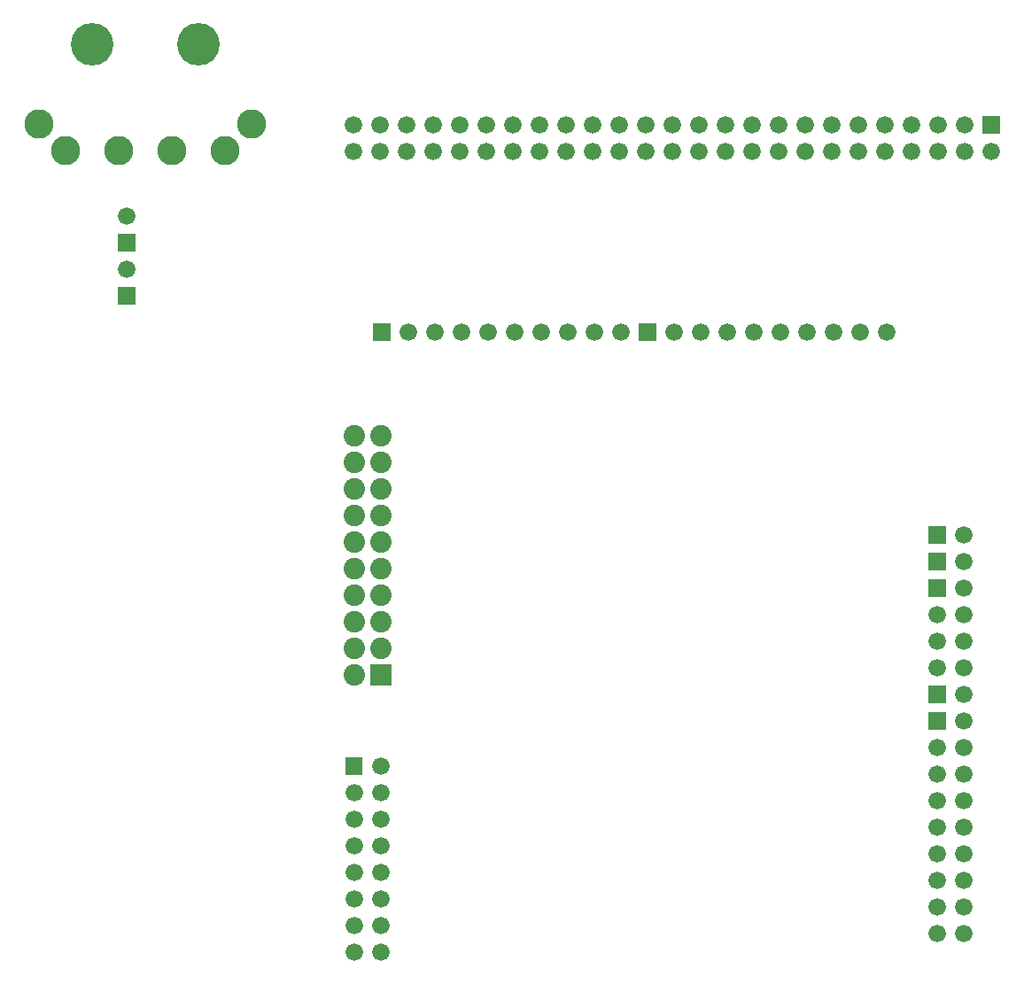
<source format=gbs>
G04 start of page 12 for group -4062 idx -4062 *
G04 Title: (unknown), soldermask *
G04 Creator: pcb 20140316 *
G04 CreationDate: Tue 09 Dec 2014 10:14:49 GMT UTC *
G04 For: michael *
G04 Format: Gerber/RS-274X *
G04 PCB-Dimensions (mil): 3930.00 3937.00 *
G04 PCB-Coordinate-Origin: lower left *
%MOIN*%
%FSLAX25Y25*%
%LNGBS*%
%ADD177C,0.0808*%
%ADD176C,0.1600*%
%ADD175C,0.1100*%
%ADD174C,0.0660*%
%ADD173C,0.0001*%
G54D173*G36*
X41700Y312000D02*Y305400D01*
X48300D01*
Y312000D01*
X41700D01*
G37*
G54D174*X45000Y318700D03*
G54D175*X22000Y343200D03*
X42000D03*
X62000D03*
X12000Y353200D03*
G54D176*X32000Y383200D03*
X72000D03*
G54D173*G36*
X41700Y292000D02*Y285400D01*
X48300D01*
Y292000D01*
X41700D01*
G37*
G54D174*X45000Y298700D03*
G54D175*X82000Y343200D03*
X92000Y353200D03*
G54D174*X130200Y343000D03*
Y353000D03*
X140200Y343000D03*
Y353000D03*
X150200Y343000D03*
Y353000D03*
X160200Y343000D03*
Y353000D03*
X170200D03*
X180200D03*
X170200Y343000D03*
X180200D03*
X190200D03*
X200200D03*
X210200D03*
X220200D03*
X190200Y353000D03*
X200200D03*
X210200D03*
X230200Y343000D03*
X240200D03*
X250200D03*
X220200Y353000D03*
X230200D03*
X240200D03*
X250200D03*
X260200Y343000D03*
X270200D03*
X280200D03*
X260200Y353000D03*
X270200D03*
X280200D03*
X290200D03*
X300200D03*
X310200D03*
X290200Y343000D03*
X300200D03*
X310200D03*
X320200D03*
Y353000D03*
X330200Y343000D03*
X340200D03*
X350200D03*
X360200D03*
X370200D03*
X330200Y353000D03*
X340200D03*
X350200D03*
X360200D03*
G54D173*G36*
X366900Y356300D02*Y349700D01*
X373500D01*
Y356300D01*
X366900D01*
G37*
G54D174*X130500Y91700D03*
X140500D03*
X130500Y81700D03*
X140500D03*
G54D173*G36*
X127200Y115000D02*Y108400D01*
X133800D01*
Y115000D01*
X127200D01*
G37*
G54D174*X140500Y111700D03*
X130500Y101700D03*
X140500D03*
X130500Y71700D03*
X140500D03*
X130500Y61700D03*
Y51700D03*
Y41700D03*
X140500Y61700D03*
Y51700D03*
Y41700D03*
G54D173*G36*
X136560Y149940D02*Y141860D01*
X144640D01*
Y149940D01*
X136560D01*
G37*
G54D177*X130600Y145900D03*
X140600Y155900D03*
X130561Y155939D03*
X140600Y165900D03*
X130600D03*
X140600Y175900D03*
Y185900D03*
Y195900D03*
X130600Y175900D03*
Y185900D03*
Y195900D03*
Y205900D03*
Y215900D03*
Y225900D03*
X140600Y205900D03*
Y215900D03*
Y225900D03*
Y235900D03*
X130600D03*
G54D173*G36*
X137800Y278300D02*Y271700D01*
X144400D01*
Y278300D01*
X137800D01*
G37*
G54D174*X151100Y275000D03*
X161100D03*
X171100D03*
X181100D03*
X191100D03*
X201100D03*
X211100D03*
X221100D03*
G54D173*G36*
X346700Y182000D02*Y175400D01*
X353300D01*
Y182000D01*
X346700D01*
G37*
G54D174*X360000Y178700D03*
X350000Y168700D03*
X360000D03*
G54D173*G36*
X346700Y192000D02*Y185400D01*
X353300D01*
Y192000D01*
X346700D01*
G37*
G54D174*X360000Y188700D03*
X350000Y158700D03*
X360000D03*
G54D173*G36*
X346700Y202000D02*Y195400D01*
X353300D01*
Y202000D01*
X346700D01*
G37*
G54D174*X360000Y198700D03*
G54D173*G36*
X237800Y278300D02*Y271700D01*
X244400D01*
Y278300D01*
X237800D01*
G37*
G54D174*X251100Y275000D03*
X261100D03*
X271100D03*
X281100D03*
X291100D03*
X301100D03*
X311100D03*
X321100D03*
X331100D03*
X231100D03*
X350000Y148700D03*
G54D173*G36*
X346700Y132000D02*Y125400D01*
X353300D01*
Y132000D01*
X346700D01*
G37*
G54D174*X350000Y118700D03*
G54D173*G36*
X346700Y142000D02*Y135400D01*
X353300D01*
Y142000D01*
X346700D01*
G37*
G54D174*X360000Y148700D03*
Y128700D03*
Y118700D03*
Y138700D03*
X350000Y108700D03*
Y98700D03*
Y88700D03*
Y78700D03*
X360000D03*
X350000Y68700D03*
Y58700D03*
Y48700D03*
X360000Y68700D03*
Y58700D03*
Y48700D03*
Y108700D03*
Y98700D03*
Y88700D03*
M02*

</source>
